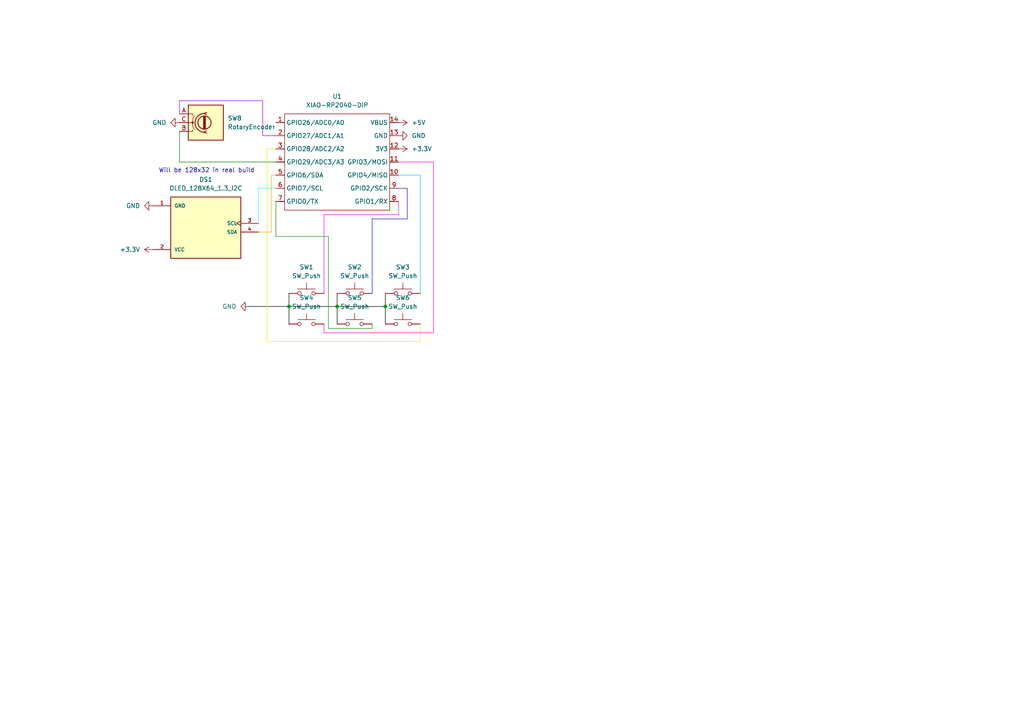
<source format=kicad_sch>
(kicad_sch
	(version 20250114)
	(generator "eeschema")
	(generator_version "9.0")
	(uuid "1d6c0b24-dd1a-4685-8746-9cf67c4f3db1")
	(paper "A4")
	(lib_symbols
		(symbol "Device:RotaryEncoder"
			(pin_names
				(offset 0.254)
				(hide yes)
			)
			(exclude_from_sim no)
			(in_bom yes)
			(on_board yes)
			(property "Reference" "SW"
				(at 0 6.604 0)
				(effects
					(font
						(size 1.27 1.27)
					)
				)
			)
			(property "Value" "RotaryEncoder"
				(at 0 -6.604 0)
				(effects
					(font
						(size 1.27 1.27)
					)
				)
			)
			(property "Footprint" ""
				(at -3.81 4.064 0)
				(effects
					(font
						(size 1.27 1.27)
					)
					(hide yes)
				)
			)
			(property "Datasheet" "~"
				(at 0 6.604 0)
				(effects
					(font
						(size 1.27 1.27)
					)
					(hide yes)
				)
			)
			(property "Description" "Rotary encoder, dual channel, incremental quadrate outputs"
				(at 0 0 0)
				(effects
					(font
						(size 1.27 1.27)
					)
					(hide yes)
				)
			)
			(property "ki_keywords" "rotary switch encoder"
				(at 0 0 0)
				(effects
					(font
						(size 1.27 1.27)
					)
					(hide yes)
				)
			)
			(property "ki_fp_filters" "RotaryEncoder*"
				(at 0 0 0)
				(effects
					(font
						(size 1.27 1.27)
					)
					(hide yes)
				)
			)
			(symbol "RotaryEncoder_0_1"
				(rectangle
					(start -5.08 5.08)
					(end 5.08 -5.08)
					(stroke
						(width 0.254)
						(type default)
					)
					(fill
						(type background)
					)
				)
				(polyline
					(pts
						(xy -5.08 2.54) (xy -3.81 2.54) (xy -3.81 2.032)
					)
					(stroke
						(width 0)
						(type default)
					)
					(fill
						(type none)
					)
				)
				(polyline
					(pts
						(xy -5.08 0) (xy -3.81 0) (xy -3.81 -1.016) (xy -3.302 -2.032)
					)
					(stroke
						(width 0)
						(type default)
					)
					(fill
						(type none)
					)
				)
				(polyline
					(pts
						(xy -5.08 -2.54) (xy -3.81 -2.54) (xy -3.81 -2.032)
					)
					(stroke
						(width 0)
						(type default)
					)
					(fill
						(type none)
					)
				)
				(polyline
					(pts
						(xy -4.318 0) (xy -3.81 0) (xy -3.81 1.016) (xy -3.302 2.032)
					)
					(stroke
						(width 0)
						(type default)
					)
					(fill
						(type none)
					)
				)
				(circle
					(center -3.81 0)
					(radius 0.254)
					(stroke
						(width 0)
						(type default)
					)
					(fill
						(type outline)
					)
				)
				(polyline
					(pts
						(xy -0.635 -1.778) (xy -0.635 1.778)
					)
					(stroke
						(width 0.254)
						(type default)
					)
					(fill
						(type none)
					)
				)
				(circle
					(center -0.381 0)
					(radius 1.905)
					(stroke
						(width 0.254)
						(type default)
					)
					(fill
						(type none)
					)
				)
				(polyline
					(pts
						(xy -0.381 -1.778) (xy -0.381 1.778)
					)
					(stroke
						(width 0.254)
						(type default)
					)
					(fill
						(type none)
					)
				)
				(arc
					(start -0.381 -2.794)
					(mid -3.0988 -0.0635)
					(end -0.381 2.667)
					(stroke
						(width 0.254)
						(type default)
					)
					(fill
						(type none)
					)
				)
				(polyline
					(pts
						(xy -0.127 1.778) (xy -0.127 -1.778)
					)
					(stroke
						(width 0.254)
						(type default)
					)
					(fill
						(type none)
					)
				)
				(polyline
					(pts
						(xy 0.254 2.921) (xy -0.508 2.667) (xy 0.127 2.286)
					)
					(stroke
						(width 0.254)
						(type default)
					)
					(fill
						(type none)
					)
				)
				(polyline
					(pts
						(xy 0.254 -3.048) (xy -0.508 -2.794) (xy 0.127 -2.413)
					)
					(stroke
						(width 0.254)
						(type default)
					)
					(fill
						(type none)
					)
				)
			)
			(symbol "RotaryEncoder_1_1"
				(pin passive line
					(at -7.62 2.54 0)
					(length 2.54)
					(name "A"
						(effects
							(font
								(size 1.27 1.27)
							)
						)
					)
					(number "A"
						(effects
							(font
								(size 1.27 1.27)
							)
						)
					)
				)
				(pin passive line
					(at -7.62 0 0)
					(length 2.54)
					(name "C"
						(effects
							(font
								(size 1.27 1.27)
							)
						)
					)
					(number "C"
						(effects
							(font
								(size 1.27 1.27)
							)
						)
					)
				)
				(pin passive line
					(at -7.62 -2.54 0)
					(length 2.54)
					(name "B"
						(effects
							(font
								(size 1.27 1.27)
							)
						)
					)
					(number "B"
						(effects
							(font
								(size 1.27 1.27)
							)
						)
					)
				)
			)
			(embedded_fonts no)
		)
		(symbol "OPL Library:XIAO-RP2040-DIP"
			(exclude_from_sim no)
			(in_bom yes)
			(on_board yes)
			(property "Reference" "U"
				(at 0 0 0)
				(effects
					(font
						(size 1.27 1.27)
					)
				)
			)
			(property "Value" "XIAO-RP2040-DIP"
				(at 5.334 -1.778 0)
				(effects
					(font
						(size 1.27 1.27)
					)
				)
			)
			(property "Footprint" "Module:MOUDLE14P-XIAO-DIP-SMD"
				(at 14.478 -32.258 0)
				(effects
					(font
						(size 1.27 1.27)
					)
					(hide yes)
				)
			)
			(property "Datasheet" ""
				(at 0 0 0)
				(effects
					(font
						(size 1.27 1.27)
					)
					(hide yes)
				)
			)
			(property "Description" ""
				(at 0 0 0)
				(effects
					(font
						(size 1.27 1.27)
					)
					(hide yes)
				)
			)
			(symbol "XIAO-RP2040-DIP_1_0"
				(polyline
					(pts
						(xy -1.27 -2.54) (xy 29.21 -2.54)
					)
					(stroke
						(width 0.1524)
						(type solid)
					)
					(fill
						(type none)
					)
				)
				(polyline
					(pts
						(xy -1.27 -5.08) (xy -2.54 -5.08)
					)
					(stroke
						(width 0.1524)
						(type solid)
					)
					(fill
						(type none)
					)
				)
				(polyline
					(pts
						(xy -1.27 -5.08) (xy -1.27 -2.54)
					)
					(stroke
						(width 0.1524)
						(type solid)
					)
					(fill
						(type none)
					)
				)
				(polyline
					(pts
						(xy -1.27 -8.89) (xy -2.54 -8.89)
					)
					(stroke
						(width 0.1524)
						(type solid)
					)
					(fill
						(type none)
					)
				)
				(polyline
					(pts
						(xy -1.27 -8.89) (xy -1.27 -5.08)
					)
					(stroke
						(width 0.1524)
						(type solid)
					)
					(fill
						(type none)
					)
				)
				(polyline
					(pts
						(xy -1.27 -12.7) (xy -2.54 -12.7)
					)
					(stroke
						(width 0.1524)
						(type solid)
					)
					(fill
						(type none)
					)
				)
				(polyline
					(pts
						(xy -1.27 -12.7) (xy -1.27 -8.89)
					)
					(stroke
						(width 0.1524)
						(type solid)
					)
					(fill
						(type none)
					)
				)
				(polyline
					(pts
						(xy -1.27 -16.51) (xy -2.54 -16.51)
					)
					(stroke
						(width 0.1524)
						(type solid)
					)
					(fill
						(type none)
					)
				)
				(polyline
					(pts
						(xy -1.27 -16.51) (xy -1.27 -12.7)
					)
					(stroke
						(width 0.1524)
						(type solid)
					)
					(fill
						(type none)
					)
				)
				(polyline
					(pts
						(xy -1.27 -20.32) (xy -2.54 -20.32)
					)
					(stroke
						(width 0.1524)
						(type solid)
					)
					(fill
						(type none)
					)
				)
				(polyline
					(pts
						(xy -1.27 -24.13) (xy -2.54 -24.13)
					)
					(stroke
						(width 0.1524)
						(type solid)
					)
					(fill
						(type none)
					)
				)
				(polyline
					(pts
						(xy -1.27 -27.94) (xy -2.54 -27.94)
					)
					(stroke
						(width 0.1524)
						(type solid)
					)
					(fill
						(type none)
					)
				)
				(polyline
					(pts
						(xy -1.27 -30.48) (xy -1.27 -16.51)
					)
					(stroke
						(width 0.1524)
						(type solid)
					)
					(fill
						(type none)
					)
				)
				(polyline
					(pts
						(xy 29.21 -2.54) (xy 29.21 -5.08)
					)
					(stroke
						(width 0.1524)
						(type solid)
					)
					(fill
						(type none)
					)
				)
				(polyline
					(pts
						(xy 29.21 -5.08) (xy 29.21 -8.89)
					)
					(stroke
						(width 0.1524)
						(type solid)
					)
					(fill
						(type none)
					)
				)
				(polyline
					(pts
						(xy 29.21 -8.89) (xy 29.21 -12.7)
					)
					(stroke
						(width 0.1524)
						(type solid)
					)
					(fill
						(type none)
					)
				)
				(polyline
					(pts
						(xy 29.21 -12.7) (xy 29.21 -30.48)
					)
					(stroke
						(width 0.1524)
						(type solid)
					)
					(fill
						(type none)
					)
				)
				(polyline
					(pts
						(xy 29.21 -30.48) (xy -1.27 -30.48)
					)
					(stroke
						(width 0.1524)
						(type solid)
					)
					(fill
						(type none)
					)
				)
				(polyline
					(pts
						(xy 30.48 -5.08) (xy 29.21 -5.08)
					)
					(stroke
						(width 0.1524)
						(type solid)
					)
					(fill
						(type none)
					)
				)
				(polyline
					(pts
						(xy 30.48 -8.89) (xy 29.21 -8.89)
					)
					(stroke
						(width 0.1524)
						(type solid)
					)
					(fill
						(type none)
					)
				)
				(polyline
					(pts
						(xy 30.48 -12.7) (xy 29.21 -12.7)
					)
					(stroke
						(width 0.1524)
						(type solid)
					)
					(fill
						(type none)
					)
				)
				(polyline
					(pts
						(xy 30.48 -16.51) (xy 29.21 -16.51)
					)
					(stroke
						(width 0.1524)
						(type solid)
					)
					(fill
						(type none)
					)
				)
				(polyline
					(pts
						(xy 30.48 -20.32) (xy 29.21 -20.32)
					)
					(stroke
						(width 0.1524)
						(type solid)
					)
					(fill
						(type none)
					)
				)
				(polyline
					(pts
						(xy 30.48 -24.13) (xy 29.21 -24.13)
					)
					(stroke
						(width 0.1524)
						(type solid)
					)
					(fill
						(type none)
					)
				)
				(polyline
					(pts
						(xy 30.48 -27.94) (xy 29.21 -27.94)
					)
					(stroke
						(width 0.1524)
						(type solid)
					)
					(fill
						(type none)
					)
				)
				(pin passive line
					(at -3.81 -5.08 0)
					(length 2.54)
					(name "GPIO26/ADC0/A0"
						(effects
							(font
								(size 1.27 1.27)
							)
						)
					)
					(number "1"
						(effects
							(font
								(size 1.27 1.27)
							)
						)
					)
				)
				(pin passive line
					(at -3.81 -8.89 0)
					(length 2.54)
					(name "GPIO27/ADC1/A1"
						(effects
							(font
								(size 1.27 1.27)
							)
						)
					)
					(number "2"
						(effects
							(font
								(size 1.27 1.27)
							)
						)
					)
				)
				(pin passive line
					(at -3.81 -12.7 0)
					(length 2.54)
					(name "GPIO28/ADC2/A2"
						(effects
							(font
								(size 1.27 1.27)
							)
						)
					)
					(number "3"
						(effects
							(font
								(size 1.27 1.27)
							)
						)
					)
				)
				(pin passive line
					(at -3.81 -16.51 0)
					(length 2.54)
					(name "GPIO29/ADC3/A3"
						(effects
							(font
								(size 1.27 1.27)
							)
						)
					)
					(number "4"
						(effects
							(font
								(size 1.27 1.27)
							)
						)
					)
				)
				(pin passive line
					(at -3.81 -20.32 0)
					(length 2.54)
					(name "GPIO6/SDA"
						(effects
							(font
								(size 1.27 1.27)
							)
						)
					)
					(number "5"
						(effects
							(font
								(size 1.27 1.27)
							)
						)
					)
				)
				(pin passive line
					(at -3.81 -24.13 0)
					(length 2.54)
					(name "GPIO7/SCL"
						(effects
							(font
								(size 1.27 1.27)
							)
						)
					)
					(number "6"
						(effects
							(font
								(size 1.27 1.27)
							)
						)
					)
				)
				(pin passive line
					(at -3.81 -27.94 0)
					(length 2.54)
					(name "GPIO0/TX"
						(effects
							(font
								(size 1.27 1.27)
							)
						)
					)
					(number "7"
						(effects
							(font
								(size 1.27 1.27)
							)
						)
					)
				)
				(pin passive line
					(at 31.75 -5.08 180)
					(length 2.54)
					(name "VBUS"
						(effects
							(font
								(size 1.27 1.27)
							)
						)
					)
					(number "14"
						(effects
							(font
								(size 1.27 1.27)
							)
						)
					)
				)
				(pin passive line
					(at 31.75 -8.89 180)
					(length 2.54)
					(name "GND"
						(effects
							(font
								(size 1.27 1.27)
							)
						)
					)
					(number "13"
						(effects
							(font
								(size 1.27 1.27)
							)
						)
					)
				)
				(pin passive line
					(at 31.75 -12.7 180)
					(length 2.54)
					(name "3V3"
						(effects
							(font
								(size 1.27 1.27)
							)
						)
					)
					(number "12"
						(effects
							(font
								(size 1.27 1.27)
							)
						)
					)
				)
				(pin passive line
					(at 31.75 -16.51 180)
					(length 2.54)
					(name "GPIO3/MOSI"
						(effects
							(font
								(size 1.27 1.27)
							)
						)
					)
					(number "11"
						(effects
							(font
								(size 1.27 1.27)
							)
						)
					)
				)
				(pin passive line
					(at 31.75 -20.32 180)
					(length 2.54)
					(name "GPIO4/MISO"
						(effects
							(font
								(size 1.27 1.27)
							)
						)
					)
					(number "10"
						(effects
							(font
								(size 1.27 1.27)
							)
						)
					)
				)
				(pin passive line
					(at 31.75 -24.13 180)
					(length 2.54)
					(name "GPIO2/SCK"
						(effects
							(font
								(size 1.27 1.27)
							)
						)
					)
					(number "9"
						(effects
							(font
								(size 1.27 1.27)
							)
						)
					)
				)
				(pin passive line
					(at 31.75 -27.94 180)
					(length 2.54)
					(name "GPIO1/RX"
						(effects
							(font
								(size 1.27 1.27)
							)
						)
					)
					(number "8"
						(effects
							(font
								(size 1.27 1.27)
							)
						)
					)
				)
			)
			(embedded_fonts no)
		)
		(symbol "Switch:SW_Push"
			(pin_numbers
				(hide yes)
			)
			(pin_names
				(offset 1.016)
				(hide yes)
			)
			(exclude_from_sim no)
			(in_bom yes)
			(on_board yes)
			(property "Reference" "SW"
				(at 1.27 2.54 0)
				(effects
					(font
						(size 1.27 1.27)
					)
					(justify left)
				)
			)
			(property "Value" "SW_Push"
				(at 0 -1.524 0)
				(effects
					(font
						(size 1.27 1.27)
					)
				)
			)
			(property "Footprint" ""
				(at 0 5.08 0)
				(effects
					(font
						(size 1.27 1.27)
					)
					(hide yes)
				)
			)
			(property "Datasheet" "~"
				(at 0 5.08 0)
				(effects
					(font
						(size 1.27 1.27)
					)
					(hide yes)
				)
			)
			(property "Description" "Push button switch, generic, two pins"
				(at 0 0 0)
				(effects
					(font
						(size 1.27 1.27)
					)
					(hide yes)
				)
			)
			(property "ki_keywords" "switch normally-open pushbutton push-button"
				(at 0 0 0)
				(effects
					(font
						(size 1.27 1.27)
					)
					(hide yes)
				)
			)
			(symbol "SW_Push_0_1"
				(circle
					(center -2.032 0)
					(radius 0.508)
					(stroke
						(width 0)
						(type default)
					)
					(fill
						(type none)
					)
				)
				(polyline
					(pts
						(xy 0 1.27) (xy 0 3.048)
					)
					(stroke
						(width 0)
						(type default)
					)
					(fill
						(type none)
					)
				)
				(circle
					(center 2.032 0)
					(radius 0.508)
					(stroke
						(width 0)
						(type default)
					)
					(fill
						(type none)
					)
				)
				(polyline
					(pts
						(xy 2.54 1.27) (xy -2.54 1.27)
					)
					(stroke
						(width 0)
						(type default)
					)
					(fill
						(type none)
					)
				)
				(pin passive line
					(at -5.08 0 0)
					(length 2.54)
					(name "1"
						(effects
							(font
								(size 1.27 1.27)
							)
						)
					)
					(number "1"
						(effects
							(font
								(size 1.27 1.27)
							)
						)
					)
				)
				(pin passive line
					(at 5.08 0 180)
					(length 2.54)
					(name "2"
						(effects
							(font
								(size 1.27 1.27)
							)
						)
					)
					(number "2"
						(effects
							(font
								(size 1.27 1.27)
							)
						)
					)
				)
			)
			(embedded_fonts no)
		)
		(symbol "oled:OLED_128X64_1.3_I2C"
			(pin_names
				(offset 1.016)
			)
			(exclude_from_sim no)
			(in_bom yes)
			(on_board yes)
			(property "Reference" "DS1"
				(at 0 15.24 0)
				(effects
					(font
						(size 1.27 1.27)
					)
				)
			)
			(property "Value" "OLED_128X64_1.3_I2C"
				(at 0 12.7 0)
				(effects
					(font
						(size 1.27 1.27)
					)
				)
			)
			(property "Footprint" "SSD1306 Lib:SSD1306-0.91-OLED-4pin-128x32"
				(at 0 0 0)
				(effects
					(font
						(size 1.27 1.27)
					)
					(justify bottom)
					(hide yes)
				)
			)
			(property "Datasheet" ""
				(at 0 0 0)
				(effects
					(font
						(size 1.27 1.27)
					)
					(hide yes)
				)
			)
			(property "Description" ""
				(at 0 0 0)
				(effects
					(font
						(size 1.27 1.27)
					)
					(hide yes)
				)
			)
			(property "MF" "UNIVERSAL-SOLDER Electronics Ltd"
				(at 0 0 0)
				(effects
					(font
						(size 1.27 1.27)
					)
					(justify bottom)
					(hide yes)
				)
			)
			(property "Description_1" "Non-Touch Graphic LCD Display Module Transmissive White OLED, Monochrome I2C 1.3 (33.02mm) 128 x 64"
				(at 0 0 0)
				(effects
					(font
						(size 1.27 1.27)
					)
					(justify bottom)
					(hide yes)
				)
			)
			(property "Package" "None"
				(at 0 0 0)
				(effects
					(font
						(size 1.27 1.27)
					)
					(justify bottom)
					(hide yes)
				)
			)
			(property "Price" "None"
				(at 0 0 0)
				(effects
					(font
						(size 1.27 1.27)
					)
					(justify bottom)
					(hide yes)
				)
			)
			(property "Check_prices" "https://www.snapeda.com/parts/OLED%20128x64%201.3%22%20I2C/UNIVERSAL-SOLDER+Electronics+Ltd/view-part/?ref=eda"
				(at 0 0 0)
				(effects
					(font
						(size 1.27 1.27)
					)
					(justify bottom)
					(hide yes)
				)
			)
			(property "STANDARD" "Manufacturer Recommendations"
				(at 0 0 0)
				(effects
					(font
						(size 1.27 1.27)
					)
					(justify bottom)
					(hide yes)
				)
			)
			(property "PARTREV" "NA"
				(at 0 0 0)
				(effects
					(font
						(size 1.27 1.27)
					)
					(justify bottom)
					(hide yes)
				)
			)
			(property "SnapEDA_Link" "https://www.snapeda.com/parts/OLED%20128x64%201.3%22%20I2C/UNIVERSAL-SOLDER+Electronics+Ltd/view-part/?ref=snap"
				(at 0 0 0)
				(effects
					(font
						(size 1.27 1.27)
					)
					(justify bottom)
					(hide yes)
				)
			)
			(property "MP" "OLED 128x64 1.3&quot; I2C"
				(at 0 0 0)
				(effects
					(font
						(size 1.27 1.27)
					)
					(justify bottom)
					(hide yes)
				)
			)
			(property "Availability" "Not in stock"
				(at 0 0 0)
				(effects
					(font
						(size 1.27 1.27)
					)
					(justify bottom)
					(hide yes)
				)
			)
			(property "MANUFACTURER" "UNIVERSAL-SOLDER Electronics Ltd"
				(at 0 0 0)
				(effects
					(font
						(size 1.27 1.27)
					)
					(justify bottom)
					(hide yes)
				)
			)
			(symbol "OLED_128X64_1.3_I2C_0_0"
				(rectangle
					(start -10.16 -7.62)
					(end 10.16 10.16)
					(stroke
						(width 0.254)
						(type default)
					)
					(fill
						(type background)
					)
				)
				(pin bidirectional line
					(at -15.24 0 0)
					(length 5.08)
					(name "SDA"
						(effects
							(font
								(size 1.016 1.016)
							)
						)
					)
					(number "4"
						(effects
							(font
								(size 1.016 1.016)
							)
						)
					)
				)
				(pin power_in line
					(at 15.24 7.62 180)
					(length 5.08)
					(name "GND"
						(effects
							(font
								(size 1.016 1.016)
							)
						)
					)
					(number "1"
						(effects
							(font
								(size 1.016 1.016)
							)
						)
					)
				)
				(pin power_in line
					(at 15.24 -5.08 180)
					(length 5.08)
					(name "VCC"
						(effects
							(font
								(size 1.016 1.016)
							)
						)
					)
					(number "2"
						(effects
							(font
								(size 1.016 1.016)
							)
						)
					)
				)
			)
			(symbol "OLED_128X64_1.3_I2C_1_0"
				(pin input clock
					(at -15.24 2.54 0)
					(length 5.08)
					(name "SCL"
						(effects
							(font
								(size 1.016 1.016)
							)
						)
					)
					(number "3"
						(effects
							(font
								(size 1.016 1.016)
							)
						)
					)
				)
			)
			(embedded_fonts no)
		)
		(symbol "power:+3.3V"
			(power)
			(pin_numbers
				(hide yes)
			)
			(pin_names
				(offset 0)
				(hide yes)
			)
			(exclude_from_sim no)
			(in_bom yes)
			(on_board yes)
			(property "Reference" "#PWR"
				(at 0 -3.81 0)
				(effects
					(font
						(size 1.27 1.27)
					)
					(hide yes)
				)
			)
			(property "Value" "+3.3V"
				(at 0 3.556 0)
				(effects
					(font
						(size 1.27 1.27)
					)
				)
			)
			(property "Footprint" ""
				(at 0 0 0)
				(effects
					(font
						(size 1.27 1.27)
					)
					(hide yes)
				)
			)
			(property "Datasheet" ""
				(at 0 0 0)
				(effects
					(font
						(size 1.27 1.27)
					)
					(hide yes)
				)
			)
			(property "Description" "Power symbol creates a global label with name \"+3.3V\""
				(at 0 0 0)
				(effects
					(font
						(size 1.27 1.27)
					)
					(hide yes)
				)
			)
			(property "ki_keywords" "global power"
				(at 0 0 0)
				(effects
					(font
						(size 1.27 1.27)
					)
					(hide yes)
				)
			)
			(symbol "+3.3V_0_1"
				(polyline
					(pts
						(xy -0.762 1.27) (xy 0 2.54)
					)
					(stroke
						(width 0)
						(type default)
					)
					(fill
						(type none)
					)
				)
				(polyline
					(pts
						(xy 0 2.54) (xy 0.762 1.27)
					)
					(stroke
						(width 0)
						(type default)
					)
					(fill
						(type none)
					)
				)
				(polyline
					(pts
						(xy 0 0) (xy 0 2.54)
					)
					(stroke
						(width 0)
						(type default)
					)
					(fill
						(type none)
					)
				)
			)
			(symbol "+3.3V_1_1"
				(pin power_in line
					(at 0 0 90)
					(length 0)
					(name "~"
						(effects
							(font
								(size 1.27 1.27)
							)
						)
					)
					(number "1"
						(effects
							(font
								(size 1.27 1.27)
							)
						)
					)
				)
			)
			(embedded_fonts no)
		)
		(symbol "power:+5V"
			(power)
			(pin_numbers
				(hide yes)
			)
			(pin_names
				(offset 0)
				(hide yes)
			)
			(exclude_from_sim no)
			(in_bom yes)
			(on_board yes)
			(property "Reference" "#PWR"
				(at 0 -3.81 0)
				(effects
					(font
						(size 1.27 1.27)
					)
					(hide yes)
				)
			)
			(property "Value" "+5V"
				(at 0 3.556 0)
				(effects
					(font
						(size 1.27 1.27)
					)
				)
			)
			(property "Footprint" ""
				(at 0 0 0)
				(effects
					(font
						(size 1.27 1.27)
					)
					(hide yes)
				)
			)
			(property "Datasheet" ""
				(at 0 0 0)
				(effects
					(font
						(size 1.27 1.27)
					)
					(hide yes)
				)
			)
			(property "Description" "Power symbol creates a global label with name \"+5V\""
				(at 0 0 0)
				(effects
					(font
						(size 1.27 1.27)
					)
					(hide yes)
				)
			)
			(property "ki_keywords" "global power"
				(at 0 0 0)
				(effects
					(font
						(size 1.27 1.27)
					)
					(hide yes)
				)
			)
			(symbol "+5V_0_1"
				(polyline
					(pts
						(xy -0.762 1.27) (xy 0 2.54)
					)
					(stroke
						(width 0)
						(type default)
					)
					(fill
						(type none)
					)
				)
				(polyline
					(pts
						(xy 0 2.54) (xy 0.762 1.27)
					)
					(stroke
						(width 0)
						(type default)
					)
					(fill
						(type none)
					)
				)
				(polyline
					(pts
						(xy 0 0) (xy 0 2.54)
					)
					(stroke
						(width 0)
						(type default)
					)
					(fill
						(type none)
					)
				)
			)
			(symbol "+5V_1_1"
				(pin power_in line
					(at 0 0 90)
					(length 0)
					(name "~"
						(effects
							(font
								(size 1.27 1.27)
							)
						)
					)
					(number "1"
						(effects
							(font
								(size 1.27 1.27)
							)
						)
					)
				)
			)
			(embedded_fonts no)
		)
		(symbol "power:GND"
			(power)
			(pin_numbers
				(hide yes)
			)
			(pin_names
				(offset 0)
				(hide yes)
			)
			(exclude_from_sim no)
			(in_bom yes)
			(on_board yes)
			(property "Reference" "#PWR"
				(at 0 -6.35 0)
				(effects
					(font
						(size 1.27 1.27)
					)
					(hide yes)
				)
			)
			(property "Value" "GND"
				(at 0 -3.81 0)
				(effects
					(font
						(size 1.27 1.27)
					)
				)
			)
			(property "Footprint" ""
				(at 0 0 0)
				(effects
					(font
						(size 1.27 1.27)
					)
					(hide yes)
				)
			)
			(property "Datasheet" ""
				(at 0 0 0)
				(effects
					(font
						(size 1.27 1.27)
					)
					(hide yes)
				)
			)
			(property "Description" "Power symbol creates a global label with name \"GND\" , ground"
				(at 0 0 0)
				(effects
					(font
						(size 1.27 1.27)
					)
					(hide yes)
				)
			)
			(property "ki_keywords" "global power"
				(at 0 0 0)
				(effects
					(font
						(size 1.27 1.27)
					)
					(hide yes)
				)
			)
			(symbol "GND_0_1"
				(polyline
					(pts
						(xy 0 0) (xy 0 -1.27) (xy 1.27 -1.27) (xy 0 -2.54) (xy -1.27 -1.27) (xy 0 -1.27)
					)
					(stroke
						(width 0)
						(type default)
					)
					(fill
						(type none)
					)
				)
			)
			(symbol "GND_1_1"
				(pin power_in line
					(at 0 0 270)
					(length 0)
					(name "~"
						(effects
							(font
								(size 1.27 1.27)
							)
						)
					)
					(number "1"
						(effects
							(font
								(size 1.27 1.27)
							)
						)
					)
				)
			)
			(embedded_fonts no)
		)
	)
	(text "Will be 128x32 in real build"
		(exclude_from_sim no)
		(at 59.944 49.53 0)
		(effects
			(font
				(size 1.27 1.27)
			)
		)
		(uuid "198ad113-fdcb-472a-87d8-a8652377918b")
	)
	(junction
		(at 111.76 88.9)
		(diameter 0)
		(color 0 0 0 0)
		(uuid "3448ca8a-89da-450d-afa3-da19ef585d6e")
	)
	(junction
		(at 97.79 88.9)
		(diameter 0)
		(color 0 0 0 0)
		(uuid "5f5171cf-24ad-4707-b1ef-e96ea2634c30")
	)
	(junction
		(at 83.82 88.9)
		(diameter 0)
		(color 0 0 0 0)
		(uuid "dc3ff3c1-f165-406e-9923-a3645f5aeb6a")
	)
	(wire
		(pts
			(xy 93.98 93.98) (xy 93.98 96.52)
		)
		(stroke
			(width 0)
			(type default)
			(color 255 0 168 1)
		)
		(uuid "01a62b39-e199-4625-bdf5-4b1760e779ab")
	)
	(wire
		(pts
			(xy 76.2 39.37) (xy 80.01 39.37)
		)
		(stroke
			(width 0)
			(type default)
			(color 154 0 255 1)
		)
		(uuid "0e8a61b3-ef7a-43dd-bdec-d0920692a86a")
	)
	(wire
		(pts
			(xy 121.92 85.09) (xy 121.92 50.8)
		)
		(stroke
			(width 0)
			(type default)
			(color 0 198 255 1)
		)
		(uuid "0f3323b6-dee0-48dc-a985-04063a04f2a8")
	)
	(wire
		(pts
			(xy 72.39 88.9) (xy 83.82 88.9)
		)
		(stroke
			(width 0)
			(type default)
			(color 0 0 1 1)
		)
		(uuid "0fdff10b-2e35-4724-8edf-e92ea3d07b55")
	)
	(wire
		(pts
			(xy 111.76 85.09) (xy 111.76 88.9)
		)
		(stroke
			(width 0)
			(type default)
			(color 0 0 1 1)
		)
		(uuid "1154964b-b96d-4876-9292-230e2d723699")
	)
	(wire
		(pts
			(xy 80.01 68.58) (xy 80.01 58.42)
		)
		(stroke
			(width 0)
			(type default)
		)
		(uuid "11f45c2b-1712-4531-87d9-5362f54a2d6d")
	)
	(wire
		(pts
			(xy 93.98 62.23) (xy 93.98 85.09)
		)
		(stroke
			(width 0)
			(type default)
			(color 228 10 255 1)
		)
		(uuid "137ffcb5-f732-4dfc-9996-b8204317ca15")
	)
	(wire
		(pts
			(xy 125.73 46.99) (xy 115.57 46.99)
		)
		(stroke
			(width 0)
			(type default)
			(color 255 0 168 1)
		)
		(uuid "1ce5e269-36c0-475a-ab65-66680f006996")
	)
	(wire
		(pts
			(xy 76.2 29.21) (xy 76.2 39.37)
		)
		(stroke
			(width 0)
			(type default)
			(color 154 0 255 1)
		)
		(uuid "1d5deefb-ca86-4412-a026-8eb9deffc397")
	)
	(wire
		(pts
			(xy 93.98 62.23) (xy 115.57 62.23)
		)
		(stroke
			(width 0)
			(type default)
			(color 228 10 255 1)
		)
		(uuid "21a71316-2fc5-4d6a-b485-6e1e176bd014")
	)
	(wire
		(pts
			(xy 93.98 96.52) (xy 125.73 96.52)
		)
		(stroke
			(width 0)
			(type default)
			(color 255 0 168 1)
		)
		(uuid "31e0ece8-4831-4361-a799-30e307faf7d5")
	)
	(wire
		(pts
			(xy 107.95 63.5) (xy 118.11 63.5)
		)
		(stroke
			(width 0)
			(type default)
			(color 9 21 255 1)
		)
		(uuid "33281a7f-5d94-4c00-afdc-ea18d6c0b0d6")
	)
	(wire
		(pts
			(xy 121.92 99.06) (xy 77.47 99.06)
		)
		(stroke
			(width 0)
			(type default)
			(color 201 255 25 1)
		)
		(uuid "3eeb7fe8-6f12-4439-88a5-703cbdc35f99")
	)
	(wire
		(pts
			(xy 125.73 96.52) (xy 125.73 46.99)
		)
		(stroke
			(width 0)
			(type default)
			(color 255 0 168 1)
		)
		(uuid "42a99ac4-f35f-46b1-8350-201afc47e2c7")
	)
	(wire
		(pts
			(xy 118.11 63.5) (xy 118.11 54.61)
		)
		(stroke
			(width 0)
			(type default)
			(color 9 21 255 1)
		)
		(uuid "539ea2b1-c05f-40ef-89fc-c34045be61d7")
	)
	(wire
		(pts
			(xy 74.93 64.77) (xy 74.93 54.61)
		)
		(stroke
			(width 0)
			(type default)
			(color 39 255 240 1)
		)
		(uuid "60b8e93d-5d51-4345-9447-2edf13265c37")
	)
	(wire
		(pts
			(xy 77.47 99.06) (xy 77.47 43.18)
		)
		(stroke
			(width 0)
			(type default)
			(color 201 255 25 1)
		)
		(uuid "6a678b0e-7c84-4b07-b1ac-c88b22fa162d")
	)
	(wire
		(pts
			(xy 118.11 54.61) (xy 115.57 54.61)
		)
		(stroke
			(width 0)
			(type default)
			(color 9 21 255 1)
		)
		(uuid "6af1e5f2-7786-4ccf-a796-85411846cdfe")
	)
	(wire
		(pts
			(xy 83.82 88.9) (xy 97.79 88.9)
		)
		(stroke
			(width 0)
			(type default)
			(color 0 0 1 1)
		)
		(uuid "6ea2df6d-d029-4b6a-805b-42de735b79f0")
	)
	(wire
		(pts
			(xy 107.95 85.09) (xy 107.95 63.5)
		)
		(stroke
			(width 0)
			(type default)
			(color 9 21 255 1)
		)
		(uuid "703a7522-f21b-4686-ac72-30f62728d3de")
	)
	(wire
		(pts
			(xy 78.74 67.31) (xy 78.74 50.8)
		)
		(stroke
			(width 0)
			(type default)
			(color 255 160 5 1)
		)
		(uuid "707181d0-f672-4012-8c9a-c0b1d514e414")
	)
	(wire
		(pts
			(xy 78.74 50.8) (xy 80.01 50.8)
		)
		(stroke
			(width 0)
			(type default)
			(color 255 160 5 1)
		)
		(uuid "75fb1aa2-7495-423d-a200-586313b97f6d")
	)
	(wire
		(pts
			(xy 95.25 95.25) (xy 95.25 68.58)
		)
		(stroke
			(width 0)
			(type default)
		)
		(uuid "833b602e-0309-4eb7-b2a8-9820735c7230")
	)
	(wire
		(pts
			(xy 83.82 88.9) (xy 83.82 93.98)
		)
		(stroke
			(width 0)
			(type default)
			(color 0 0 1 1)
		)
		(uuid "8c853b00-fd7e-45e6-94d7-c02a79f7472b")
	)
	(wire
		(pts
			(xy 83.82 85.09) (xy 83.82 88.9)
		)
		(stroke
			(width 0)
			(type default)
			(color 0 0 1 1)
		)
		(uuid "960a882d-045c-415a-b2af-05c52e0c410c")
	)
	(wire
		(pts
			(xy 74.93 54.61) (xy 80.01 54.61)
		)
		(stroke
			(width 0)
			(type default)
			(color 39 255 240 1)
		)
		(uuid "971dad2e-694c-4bce-bcd9-7f3b4abdb488")
	)
	(wire
		(pts
			(xy 95.25 68.58) (xy 80.01 68.58)
		)
		(stroke
			(width 0)
			(type default)
		)
		(uuid "a1512457-f72e-4be1-913f-168f401b1716")
	)
	(wire
		(pts
			(xy 107.95 93.98) (xy 107.95 95.25)
		)
		(stroke
			(width 0)
			(type default)
		)
		(uuid "a6451785-33e3-4f55-8b33-452e205f2f3d")
	)
	(wire
		(pts
			(xy 52.07 29.21) (xy 76.2 29.21)
		)
		(stroke
			(width 0)
			(type default)
			(color 154 0 255 1)
		)
		(uuid "a7984a53-df00-49bd-9d77-63cdad66c973")
	)
	(wire
		(pts
			(xy 121.92 93.98) (xy 121.92 99.06)
		)
		(stroke
			(width 0)
			(type default)
			(color 201 255 25 1)
		)
		(uuid "af1ed276-3142-42df-bba8-8ffae19d1098")
	)
	(wire
		(pts
			(xy 115.57 62.23) (xy 115.57 58.42)
		)
		(stroke
			(width 0)
			(type default)
			(color 228 10 255 1)
		)
		(uuid "b3159338-ac50-48d7-bc0f-de2119b12b8a")
	)
	(wire
		(pts
			(xy 74.93 67.31) (xy 78.74 67.31)
		)
		(stroke
			(width 0)
			(type default)
			(color 255 160 5 1)
		)
		(uuid "c0145775-038b-4aff-8a7c-710cf2ac3fe6")
	)
	(wire
		(pts
			(xy 121.92 50.8) (xy 115.57 50.8)
		)
		(stroke
			(width 0)
			(type default)
			(color 0 198 255 1)
		)
		(uuid "c14c54d3-1de0-45c4-91ba-9a8a7782de5e")
	)
	(wire
		(pts
			(xy 52.07 33.02) (xy 52.07 29.21)
		)
		(stroke
			(width 0)
			(type default)
			(color 154 0 255 1)
		)
		(uuid "c1e452e5-f7e6-434a-b0ef-c46cc48cd9e0")
	)
	(wire
		(pts
			(xy 111.76 88.9) (xy 111.76 93.98)
		)
		(stroke
			(width 0)
			(type default)
			(color 0 0 1 1)
		)
		(uuid "c78bc5f2-0c47-499c-85d0-dde7102db553")
	)
	(wire
		(pts
			(xy 107.95 95.25) (xy 95.25 95.25)
		)
		(stroke
			(width 0)
			(type default)
		)
		(uuid "d4da907d-458e-4793-be3c-e1b45f98dd5c")
	)
	(wire
		(pts
			(xy 97.79 88.9) (xy 97.79 93.98)
		)
		(stroke
			(width 0)
			(type default)
			(color 0 0 1 1)
		)
		(uuid "d6d27d1d-984f-4d10-93ad-ab65663e6229")
	)
	(wire
		(pts
			(xy 52.07 46.99) (xy 80.01 46.99)
		)
		(stroke
			(width 0)
			(type default)
			(color 0 132 0 1)
		)
		(uuid "da27df80-2a0c-4d80-8376-220627cdf763")
	)
	(wire
		(pts
			(xy 97.79 88.9) (xy 111.76 88.9)
		)
		(stroke
			(width 0)
			(type default)
			(color 0 0 1 1)
		)
		(uuid "ddc51977-744c-44c8-84e6-55fe18475001")
	)
	(wire
		(pts
			(xy 52.07 38.1) (xy 52.07 46.99)
		)
		(stroke
			(width 0)
			(type default)
			(color 0 132 0 1)
		)
		(uuid "ef9ca90d-a5a9-480b-9ffa-8b365990d543")
	)
	(wire
		(pts
			(xy 77.47 43.18) (xy 80.01 43.18)
		)
		(stroke
			(width 0)
			(type default)
			(color 201 255 25 1)
		)
		(uuid "f34dd8c0-bf35-4dfd-9c2f-1f37f3efbe8e")
	)
	(wire
		(pts
			(xy 97.79 85.09) (xy 97.79 88.9)
		)
		(stroke
			(width 0)
			(type default)
			(color 0 0 1 1)
		)
		(uuid "f5ca652b-5d48-4458-a6eb-c6aad9e7645c")
	)
	(symbol
		(lib_id "power:GND")
		(at 44.45 59.69 270)
		(unit 1)
		(exclude_from_sim no)
		(in_bom yes)
		(on_board yes)
		(dnp no)
		(fields_autoplaced yes)
		(uuid "02285418-ca86-40da-9acc-9916ee20d97a")
		(property "Reference" "#PWR05"
			(at 38.1 59.69 0)
			(effects
				(font
					(size 1.27 1.27)
				)
				(hide yes)
			)
		)
		(property "Value" "GND"
			(at 40.64 59.6899 90)
			(effects
				(font
					(size 1.27 1.27)
				)
				(justify right)
			)
		)
		(property "Footprint" ""
			(at 44.45 59.69 0)
			(effects
				(font
					(size 1.27 1.27)
				)
				(hide yes)
			)
		)
		(property "Datasheet" ""
			(at 44.45 59.69 0)
			(effects
				(font
					(size 1.27 1.27)
				)
				(hide yes)
			)
		)
		(property "Description" "Power symbol creates a global label with name \"GND\" , ground"
			(at 44.45 59.69 0)
			(effects
				(font
					(size 1.27 1.27)
				)
				(hide yes)
			)
		)
		(pin "1"
			(uuid "b2b384da-7c93-45ca-a43e-e92dec9a66f6")
		)
		(instances
			(project ""
				(path "/1d6c0b24-dd1a-4685-8746-9cf67c4f3db1"
					(reference "#PWR05")
					(unit 1)
				)
			)
		)
	)
	(symbol
		(lib_id "Switch:SW_Push")
		(at 88.9 85.09 0)
		(unit 1)
		(exclude_from_sim no)
		(in_bom yes)
		(on_board yes)
		(dnp no)
		(fields_autoplaced yes)
		(uuid "0c410393-2d19-4b00-a0a8-4cd6d4210495")
		(property "Reference" "SW1"
			(at 88.9 77.47 0)
			(effects
				(font
					(size 1.27 1.27)
				)
			)
		)
		(property "Value" "SW_Push"
			(at 88.9 80.01 0)
			(effects
				(font
					(size 1.27 1.27)
				)
			)
		)
		(property "Footprint" "Button_Switch_Keyboard:SW_Cherry_MX_1.00u_PCB"
			(at 88.9 80.01 0)
			(effects
				(font
					(size 1.27 1.27)
				)
				(hide yes)
			)
		)
		(property "Datasheet" "~"
			(at 88.9 80.01 0)
			(effects
				(font
					(size 1.27 1.27)
				)
				(hide yes)
			)
		)
		(property "Description" "Push button switch, generic, two pins"
			(at 88.9 85.09 0)
			(effects
				(font
					(size 1.27 1.27)
				)
				(hide yes)
			)
		)
		(pin "2"
			(uuid "8efd7afe-2b8b-46fc-aa42-d750c1a34052")
		)
		(pin "1"
			(uuid "ad087aa8-a1b3-45d4-b2a1-d2f1dd3c6d4f")
		)
		(instances
			(project ""
				(path "/1d6c0b24-dd1a-4685-8746-9cf67c4f3db1"
					(reference "SW1")
					(unit 1)
				)
			)
		)
	)
	(symbol
		(lib_id "power:GND")
		(at 72.39 88.9 270)
		(unit 1)
		(exclude_from_sim no)
		(in_bom yes)
		(on_board yes)
		(dnp no)
		(fields_autoplaced yes)
		(uuid "1da31a29-9201-4550-9065-b58fad328393")
		(property "Reference" "#PWR01"
			(at 66.04 88.9 0)
			(effects
				(font
					(size 1.27 1.27)
				)
				(hide yes)
			)
		)
		(property "Value" "GND"
			(at 68.58 88.8999 90)
			(effects
				(font
					(size 1.27 1.27)
				)
				(justify right)
			)
		)
		(property "Footprint" ""
			(at 72.39 88.9 0)
			(effects
				(font
					(size 1.27 1.27)
				)
				(hide yes)
			)
		)
		(property "Datasheet" ""
			(at 72.39 88.9 0)
			(effects
				(font
					(size 1.27 1.27)
				)
				(hide yes)
			)
		)
		(property "Description" "Power symbol creates a global label with name \"GND\" , ground"
			(at 72.39 88.9 0)
			(effects
				(font
					(size 1.27 1.27)
				)
				(hide yes)
			)
		)
		(pin "1"
			(uuid "95655328-1d4b-43fa-9eb7-81c47c122715")
		)
		(instances
			(project ""
				(path "/1d6c0b24-dd1a-4685-8746-9cf67c4f3db1"
					(reference "#PWR01")
					(unit 1)
				)
			)
		)
	)
	(symbol
		(lib_id "power:GND")
		(at 115.57 39.37 90)
		(unit 1)
		(exclude_from_sim no)
		(in_bom yes)
		(on_board yes)
		(dnp no)
		(fields_autoplaced yes)
		(uuid "1fdb9036-fa2d-407e-8514-c476445dd6fd")
		(property "Reference" "#PWR04"
			(at 121.92 39.37 0)
			(effects
				(font
					(size 1.27 1.27)
				)
				(hide yes)
			)
		)
		(property "Value" "GND"
			(at 119.38 39.3699 90)
			(effects
				(font
					(size 1.27 1.27)
				)
				(justify right)
			)
		)
		(property "Footprint" ""
			(at 115.57 39.37 0)
			(effects
				(font
					(size 1.27 1.27)
				)
				(hide yes)
			)
		)
		(property "Datasheet" ""
			(at 115.57 39.37 0)
			(effects
				(font
					(size 1.27 1.27)
				)
				(hide yes)
			)
		)
		(property "Description" "Power symbol creates a global label with name \"GND\" , ground"
			(at 115.57 39.37 0)
			(effects
				(font
					(size 1.27 1.27)
				)
				(hide yes)
			)
		)
		(pin "1"
			(uuid "f42e8c1a-5eee-416c-8e36-7ebf4ef99dfc")
		)
		(instances
			(project ""
				(path "/1d6c0b24-dd1a-4685-8746-9cf67c4f3db1"
					(reference "#PWR04")
					(unit 1)
				)
			)
		)
	)
	(symbol
		(lib_id "Switch:SW_Push")
		(at 116.84 93.98 0)
		(unit 1)
		(exclude_from_sim no)
		(in_bom yes)
		(on_board yes)
		(dnp no)
		(fields_autoplaced yes)
		(uuid "354e19e0-32e2-4766-83ab-65df53a5403e")
		(property "Reference" "SW6"
			(at 116.84 86.36 0)
			(effects
				(font
					(size 1.27 1.27)
				)
			)
		)
		(property "Value" "SW_Push"
			(at 116.84 88.9 0)
			(effects
				(font
					(size 1.27 1.27)
				)
			)
		)
		(property "Footprint" "Button_Switch_Keyboard:SW_Cherry_MX_1.00u_PCB"
			(at 116.84 88.9 0)
			(effects
				(font
					(size 1.27 1.27)
				)
				(hide yes)
			)
		)
		(property "Datasheet" "~"
			(at 116.84 88.9 0)
			(effects
				(font
					(size 1.27 1.27)
				)
				(hide yes)
			)
		)
		(property "Description" "Push button switch, generic, two pins"
			(at 116.84 93.98 0)
			(effects
				(font
					(size 1.27 1.27)
				)
				(hide yes)
			)
		)
		(pin "2"
			(uuid "a852915f-ee8d-4e4c-abb5-5037ae7e2f74")
		)
		(pin "1"
			(uuid "140af86e-19e0-4ae7-97c3-a75660ec6adb")
		)
		(instances
			(project ""
				(path "/1d6c0b24-dd1a-4685-8746-9cf67c4f3db1"
					(reference "SW6")
					(unit 1)
				)
			)
		)
	)
	(symbol
		(lib_id "OPL Library:XIAO-RP2040-DIP")
		(at 83.82 30.48 0)
		(unit 1)
		(exclude_from_sim no)
		(in_bom yes)
		(on_board yes)
		(dnp no)
		(fields_autoplaced yes)
		(uuid "3f782026-9e94-4476-aca8-26c9609a2c53")
		(property "Reference" "U1"
			(at 97.79 27.94 0)
			(effects
				(font
					(size 1.27 1.27)
				)
			)
		)
		(property "Value" "XIAO-RP2040-DIP"
			(at 97.79 30.48 0)
			(effects
				(font
					(size 1.27 1.27)
				)
			)
		)
		(property "Footprint" "OPL Lib:XIAO-RP2040-DIP"
			(at 98.298 62.738 0)
			(effects
				(font
					(size 1.27 1.27)
				)
				(hide yes)
			)
		)
		(property "Datasheet" ""
			(at 83.82 30.48 0)
			(effects
				(font
					(size 1.27 1.27)
				)
				(hide yes)
			)
		)
		(property "Description" ""
			(at 83.82 30.48 0)
			(effects
				(font
					(size 1.27 1.27)
				)
				(hide yes)
			)
		)
		(pin "12"
			(uuid "b9a3d310-e03b-4a62-b456-385b1f8eb9fc")
		)
		(pin "13"
			(uuid "16825066-3fcf-4111-b7ad-2ca803310dc9")
		)
		(pin "2"
			(uuid "2df91ccb-f4da-42fc-91d6-bf7a5d14ca99")
		)
		(pin "3"
			(uuid "96546c18-3e0d-4a73-b847-7904ae25ea83")
		)
		(pin "1"
			(uuid "38335eef-a636-4d31-be44-c17c47230664")
		)
		(pin "5"
			(uuid "77c81847-58e4-468e-b478-78bbe5dacce5")
		)
		(pin "6"
			(uuid "66c732bc-55bf-4e82-86f0-4f5a36de6a04")
		)
		(pin "4"
			(uuid "b909c097-751e-4108-99bb-610332368352")
		)
		(pin "7"
			(uuid "1fec8395-5b57-43f3-9677-8a9896b20058")
		)
		(pin "14"
			(uuid "b7484d25-ad6c-4736-a47e-6e3f658c5380")
		)
		(pin "9"
			(uuid "7c0a1309-b5bf-4586-80d2-cd29cb8ca1c1")
		)
		(pin "11"
			(uuid "91dfc4b8-0846-4a3d-9c27-9f92f509819d")
		)
		(pin "10"
			(uuid "39f796eb-c6a9-408e-8ab2-cbb7235bd45e")
		)
		(pin "8"
			(uuid "03fc3729-45d0-4a2d-9579-286ab0648c0c")
		)
		(instances
			(project ""
				(path "/1d6c0b24-dd1a-4685-8746-9cf67c4f3db1"
					(reference "U1")
					(unit 1)
				)
			)
		)
	)
	(symbol
		(lib_id "Device:RotaryEncoder")
		(at 59.69 35.56 0)
		(unit 1)
		(exclude_from_sim no)
		(in_bom yes)
		(on_board yes)
		(dnp no)
		(fields_autoplaced yes)
		(uuid "4bdb3828-d173-4240-859f-2a217114864f")
		(property "Reference" "SW8"
			(at 66.04 34.2899 0)
			(effects
				(font
					(size 1.27 1.27)
				)
				(justify left)
			)
		)
		(property "Value" "RotaryEncoder"
			(at 66.04 36.8299 0)
			(effects
				(font
					(size 1.27 1.27)
				)
				(justify left)
			)
		)
		(property "Footprint" "Potansiyometre:RotaryEncoder_Alps_EC12E_Vertical_H20mm"
			(at 55.88 31.496 0)
			(effects
				(font
					(size 1.27 1.27)
				)
				(hide yes)
			)
		)
		(property "Datasheet" "~"
			(at 59.69 28.956 0)
			(effects
				(font
					(size 1.27 1.27)
				)
				(hide yes)
			)
		)
		(property "Description" "Rotary encoder, dual channel, incremental quadrate outputs"
			(at 59.69 35.56 0)
			(effects
				(font
					(size 1.27 1.27)
				)
				(hide yes)
			)
		)
		(pin "A"
			(uuid "3d6f6b85-ca96-4254-bc76-4115444f3b7c")
		)
		(pin "B"
			(uuid "1b0084cb-edd9-4ed6-8294-1995700a6d4e")
		)
		(pin "C"
			(uuid "33fcebc8-3341-4c8b-b26d-b85988656491")
		)
		(instances
			(project ""
				(path "/1d6c0b24-dd1a-4685-8746-9cf67c4f3db1"
					(reference "SW8")
					(unit 1)
				)
			)
		)
	)
	(symbol
		(lib_id "Switch:SW_Push")
		(at 116.84 85.09 0)
		(unit 1)
		(exclude_from_sim no)
		(in_bom yes)
		(on_board yes)
		(dnp no)
		(fields_autoplaced yes)
		(uuid "562140e2-3228-4000-a1a7-40d0926dc1d0")
		(property "Reference" "SW3"
			(at 116.84 77.47 0)
			(effects
				(font
					(size 1.27 1.27)
				)
			)
		)
		(property "Value" "SW_Push"
			(at 116.84 80.01 0)
			(effects
				(font
					(size 1.27 1.27)
				)
			)
		)
		(property "Footprint" "Button_Switch_Keyboard:SW_Cherry_MX_1.00u_PCB"
			(at 116.84 80.01 0)
			(effects
				(font
					(size 1.27 1.27)
				)
				(hide yes)
			)
		)
		(property "Datasheet" "~"
			(at 116.84 80.01 0)
			(effects
				(font
					(size 1.27 1.27)
				)
				(hide yes)
			)
		)
		(property "Description" "Push button switch, generic, two pins"
			(at 116.84 85.09 0)
			(effects
				(font
					(size 1.27 1.27)
				)
				(hide yes)
			)
		)
		(pin "2"
			(uuid "5713f0b2-5da7-4d93-8fd7-1076a6fbc7a0")
		)
		(pin "1"
			(uuid "ee42a1e5-3c7d-4b96-b026-b569156d393a")
		)
		(instances
			(project ""
				(path "/1d6c0b24-dd1a-4685-8746-9cf67c4f3db1"
					(reference "SW3")
					(unit 1)
				)
			)
		)
	)
	(symbol
		(lib_id "Switch:SW_Push")
		(at 88.9 93.98 0)
		(unit 1)
		(exclude_from_sim no)
		(in_bom yes)
		(on_board yes)
		(dnp no)
		(fields_autoplaced yes)
		(uuid "796c495e-b92f-4316-8c21-6d3874a66d17")
		(property "Reference" "SW4"
			(at 88.9 86.36 0)
			(effects
				(font
					(size 1.27 1.27)
				)
			)
		)
		(property "Value" "SW_Push"
			(at 88.9 88.9 0)
			(effects
				(font
					(size 1.27 1.27)
				)
			)
		)
		(property "Footprint" "Button_Switch_Keyboard:SW_Cherry_MX_1.00u_PCB"
			(at 88.9 88.9 0)
			(effects
				(font
					(size 1.27 1.27)
				)
				(hide yes)
			)
		)
		(property "Datasheet" "~"
			(at 88.9 88.9 0)
			(effects
				(font
					(size 1.27 1.27)
				)
				(hide yes)
			)
		)
		(property "Description" "Push button switch, generic, two pins"
			(at 88.9 93.98 0)
			(effects
				(font
					(size 1.27 1.27)
				)
				(hide yes)
			)
		)
		(pin "1"
			(uuid "fb50767b-8589-4d9e-ae22-a2df62e3b779")
		)
		(pin "2"
			(uuid "14ef5f40-9cf2-42ee-95d5-7f185405dfb9")
		)
		(instances
			(project ""
				(path "/1d6c0b24-dd1a-4685-8746-9cf67c4f3db1"
					(reference "SW4")
					(unit 1)
				)
			)
		)
	)
	(symbol
		(lib_id "power:GND")
		(at 52.07 35.56 270)
		(unit 1)
		(exclude_from_sim no)
		(in_bom yes)
		(on_board yes)
		(dnp no)
		(fields_autoplaced yes)
		(uuid "7cdc8b27-c297-4c88-bf10-4e926b01d781")
		(property "Reference" "#PWR07"
			(at 45.72 35.56 0)
			(effects
				(font
					(size 1.27 1.27)
				)
				(hide yes)
			)
		)
		(property "Value" "GND"
			(at 48.26 35.5599 90)
			(effects
				(font
					(size 1.27 1.27)
				)
				(justify right)
			)
		)
		(property "Footprint" ""
			(at 52.07 35.56 0)
			(effects
				(font
					(size 1.27 1.27)
				)
				(hide yes)
			)
		)
		(property "Datasheet" ""
			(at 52.07 35.56 0)
			(effects
				(font
					(size 1.27 1.27)
				)
				(hide yes)
			)
		)
		(property "Description" "Power symbol creates a global label with name \"GND\" , ground"
			(at 52.07 35.56 0)
			(effects
				(font
					(size 1.27 1.27)
				)
				(hide yes)
			)
		)
		(pin "1"
			(uuid "aba805f9-7eab-40ee-b7d3-fabc01a1a3a4")
		)
		(instances
			(project ""
				(path "/1d6c0b24-dd1a-4685-8746-9cf67c4f3db1"
					(reference "#PWR07")
					(unit 1)
				)
			)
		)
	)
	(symbol
		(lib_id "Switch:SW_Push")
		(at 102.87 85.09 0)
		(unit 1)
		(exclude_from_sim no)
		(in_bom yes)
		(on_board yes)
		(dnp no)
		(fields_autoplaced yes)
		(uuid "7efd1f7d-ba2e-4adb-a384-7bcef9617336")
		(property "Reference" "SW2"
			(at 102.87 77.47 0)
			(effects
				(font
					(size 1.27 1.27)
				)
			)
		)
		(property "Value" "SW_Push"
			(at 102.87 80.01 0)
			(effects
				(font
					(size 1.27 1.27)
				)
			)
		)
		(property "Footprint" "Button_Switch_Keyboard:SW_Cherry_MX_1.00u_PCB"
			(at 102.87 80.01 0)
			(effects
				(font
					(size 1.27 1.27)
				)
				(hide yes)
			)
		)
		(property "Datasheet" "~"
			(at 102.87 80.01 0)
			(effects
				(font
					(size 1.27 1.27)
				)
				(hide yes)
			)
		)
		(property "Description" "Push button switch, generic, two pins"
			(at 102.87 85.09 0)
			(effects
				(font
					(size 1.27 1.27)
				)
				(hide yes)
			)
		)
		(pin "1"
			(uuid "81183682-fa66-4dd4-b012-95d7dccf4055")
		)
		(pin "2"
			(uuid "58da1ae3-a55f-4c3b-98a1-d7dca3b6a376")
		)
		(instances
			(project ""
				(path "/1d6c0b24-dd1a-4685-8746-9cf67c4f3db1"
					(reference "SW2")
					(unit 1)
				)
			)
		)
	)
	(symbol
		(lib_id "Switch:SW_Push")
		(at 102.87 93.98 0)
		(unit 1)
		(exclude_from_sim no)
		(in_bom yes)
		(on_board yes)
		(dnp no)
		(fields_autoplaced yes)
		(uuid "b7ec8b53-e6a1-414a-bc76-52f93ee009a3")
		(property "Reference" "SW5"
			(at 102.87 86.36 0)
			(effects
				(font
					(size 1.27 1.27)
				)
			)
		)
		(property "Value" "SW_Push"
			(at 102.87 88.9 0)
			(effects
				(font
					(size 1.27 1.27)
				)
			)
		)
		(property "Footprint" "Button_Switch_Keyboard:SW_Cherry_MX_1.00u_PCB"
			(at 102.87 88.9 0)
			(effects
				(font
					(size 1.27 1.27)
				)
				(hide yes)
			)
		)
		(property "Datasheet" "~"
			(at 102.87 88.9 0)
			(effects
				(font
					(size 1.27 1.27)
				)
				(hide yes)
			)
		)
		(property "Description" "Push button switch, generic, two pins"
			(at 102.87 93.98 0)
			(effects
				(font
					(size 1.27 1.27)
				)
				(hide yes)
			)
		)
		(pin "1"
			(uuid "108ada6b-37c9-4a44-af4a-295dd75ea47c")
		)
		(pin "2"
			(uuid "348166fc-1bc5-406f-84fe-6406a1d7b70f")
		)
		(instances
			(project ""
				(path "/1d6c0b24-dd1a-4685-8746-9cf67c4f3db1"
					(reference "SW5")
					(unit 1)
				)
			)
		)
	)
	(symbol
		(lib_id "power:+5V")
		(at 44.45 72.39 90)
		(unit 1)
		(exclude_from_sim no)
		(in_bom yes)
		(on_board yes)
		(dnp no)
		(fields_autoplaced yes)
		(uuid "c3307eb7-6487-47ac-8274-ad8636c0953b")
		(property "Reference" "#PWR06"
			(at 48.26 72.39 0)
			(effects
				(font
					(size 1.27 1.27)
				)
				(hide yes)
			)
		)
		(property "Value" "+3.3V"
			(at 40.64 72.3899 90)
			(effects
				(font
					(size 1.27 1.27)
				)
				(justify left)
			)
		)
		(property "Footprint" ""
			(at 44.45 72.39 0)
			(effects
				(font
					(size 1.27 1.27)
				)
				(hide yes)
			)
		)
		(property "Datasheet" ""
			(at 44.45 72.39 0)
			(effects
				(font
					(size 1.27 1.27)
				)
				(hide yes)
			)
		)
		(property "Description" "Power symbol creates a global label with name \"+5V\""
			(at 44.45 72.39 0)
			(effects
				(font
					(size 1.27 1.27)
				)
				(hide yes)
			)
		)
		(pin "1"
			(uuid "a5e6b573-b720-4aca-8ca2-326118551ee2")
		)
		(instances
			(project ""
				(path "/1d6c0b24-dd1a-4685-8746-9cf67c4f3db1"
					(reference "#PWR06")
					(unit 1)
				)
			)
		)
	)
	(symbol
		(lib_id "oled:OLED_128X64_1.3_I2C")
		(at 59.69 67.31 0)
		(mirror y)
		(unit 1)
		(exclude_from_sim no)
		(in_bom yes)
		(on_board yes)
		(dnp no)
		(uuid "d106ec61-b534-427f-94b3-5144a859b0b9")
		(property "Reference" "DS1"
			(at 59.69 52.07 0)
			(effects
				(font
					(size 1.27 1.27)
				)
			)
		)
		(property "Value" "OLED_128X64_1.3_I2C"
			(at 59.69 54.61 0)
			(effects
				(font
					(size 1.27 1.27)
				)
			)
		)
		(property "Footprint" "SSD1306 Lib:SSD1306-0.91-OLED-4pin-128x32"
			(at 59.69 67.31 0)
			(effects
				(font
					(size 1.27 1.27)
				)
				(justify bottom)
				(hide yes)
			)
		)
		(property "Datasheet" ""
			(at 59.69 67.31 0)
			(effects
				(font
					(size 1.27 1.27)
				)
				(hide yes)
			)
		)
		(property "Description" ""
			(at 59.69 67.31 0)
			(effects
				(font
					(size 1.27 1.27)
				)
				(hide yes)
			)
		)
		(property "MF" "UNIVERSAL-SOLDER Electronics Ltd"
			(at 59.69 67.31 0)
			(effects
				(font
					(size 1.27 1.27)
				)
				(justify bottom)
				(hide yes)
			)
		)
		(property "Description_1" "Non-Touch Graphic LCD Display Module Transmissive White OLED, Monochrome I2C 1.3 (33.02mm) 128 x 64"
			(at 59.69 67.31 0)
			(effects
				(font
					(size 1.27 1.27)
				)
				(justify bottom)
				(hide yes)
			)
		)
		(property "Package" "None"
			(at 59.69 67.31 0)
			(effects
				(font
					(size 1.27 1.27)
				)
				(justify bottom)
				(hide yes)
			)
		)
		(property "Price" "None"
			(at 59.69 67.31 0)
			(effects
				(font
					(size 1.27 1.27)
				)
				(justify bottom)
				(hide yes)
			)
		)
		(property "Check_prices" "https://www.snapeda.com/parts/OLED%20128x64%201.3%22%20I2C/UNIVERSAL-SOLDER+Electronics+Ltd/view-part/?ref=eda"
			(at 59.69 67.31 0)
			(effects
				(font
					(size 1.27 1.27)
				)
				(justify bottom)
				(hide yes)
			)
		)
		(property "STANDARD" "Manufacturer Recommendations"
			(at 59.69 67.31 0)
			(effects
				(font
					(size 1.27 1.27)
				)
				(justify bottom)
				(hide yes)
			)
		)
		(property "PARTREV" "NA"
			(at 59.69 67.31 0)
			(effects
				(font
					(size 1.27 1.27)
				)
				(justify bottom)
				(hide yes)
			)
		)
		(property "SnapEDA_Link" "https://www.snapeda.com/parts/OLED%20128x64%201.3%22%20I2C/UNIVERSAL-SOLDER+Electronics+Ltd/view-part/?ref=snap"
			(at 59.69 67.31 0)
			(effects
				(font
					(size 1.27 1.27)
				)
				(justify bottom)
				(hide yes)
			)
		)
		(property "MP" "OLED 128x64 1.3&quot; I2C"
			(at 59.69 67.31 0)
			(effects
				(font
					(size 1.27 1.27)
				)
				(justify bottom)
				(hide yes)
			)
		)
		(property "Availability" "Not in stock"
			(at 59.69 67.31 0)
			(effects
				(font
					(size 1.27 1.27)
				)
				(justify bottom)
				(hide yes)
			)
		)
		(property "MANUFACTURER" "UNIVERSAL-SOLDER Electronics Ltd"
			(at 59.69 67.31 0)
			(effects
				(font
					(size 1.27 1.27)
				)
				(justify bottom)
				(hide yes)
			)
		)
		(pin "2"
			(uuid "6f873ae0-243a-496f-925c-9c9e252d0687")
		)
		(pin "4"
			(uuid "d1b51e2b-517e-4806-b860-d9bddd7ff432")
		)
		(pin "3"
			(uuid "9f851d56-6e4d-4f61-b8d2-d81c28f27c6a")
		)
		(pin "1"
			(uuid "9d6ed7a0-4145-4c0f-b89d-15b77fb92b8c")
		)
		(instances
			(project ""
				(path "/1d6c0b24-dd1a-4685-8746-9cf67c4f3db1"
					(reference "DS1")
					(unit 1)
				)
			)
		)
	)
	(symbol
		(lib_id "power:+3.3V")
		(at 115.57 43.18 270)
		(unit 1)
		(exclude_from_sim no)
		(in_bom yes)
		(on_board yes)
		(dnp no)
		(fields_autoplaced yes)
		(uuid "d5451777-15c6-4b06-883e-9c54d41c32a7")
		(property "Reference" "#PWR09"
			(at 111.76 43.18 0)
			(effects
				(font
					(size 1.27 1.27)
				)
				(hide yes)
			)
		)
		(property "Value" "+3.3V"
			(at 119.38 43.1799 90)
			(effects
				(font
					(size 1.27 1.27)
				)
				(justify left)
			)
		)
		(property "Footprint" ""
			(at 115.57 43.18 0)
			(effects
				(font
					(size 1.27 1.27)
				)
				(hide yes)
			)
		)
		(property "Datasheet" ""
			(at 115.57 43.18 0)
			(effects
				(font
					(size 1.27 1.27)
				)
				(hide yes)
			)
		)
		(property "Description" "Power symbol creates a global label with name \"+3.3V\""
			(at 115.57 43.18 0)
			(effects
				(font
					(size 1.27 1.27)
				)
				(hide yes)
			)
		)
		(pin "1"
			(uuid "89d4e009-ae0a-4de7-ad6b-3e02e3ce0729")
		)
		(instances
			(project ""
				(path "/1d6c0b24-dd1a-4685-8746-9cf67c4f3db1"
					(reference "#PWR09")
					(unit 1)
				)
			)
		)
	)
	(symbol
		(lib_id "power:+5V")
		(at 115.57 35.56 270)
		(unit 1)
		(exclude_from_sim no)
		(in_bom yes)
		(on_board yes)
		(dnp no)
		(fields_autoplaced yes)
		(uuid "da12e357-cdf9-4164-ab1d-d770b0ddb281")
		(property "Reference" "#PWR03"
			(at 111.76 35.56 0)
			(effects
				(font
					(size 1.27 1.27)
				)
				(hide yes)
			)
		)
		(property "Value" "+5V"
			(at 119.38 35.5599 90)
			(effects
				(font
					(size 1.27 1.27)
				)
				(justify left)
			)
		)
		(property "Footprint" ""
			(at 115.57 35.56 0)
			(effects
				(font
					(size 1.27 1.27)
				)
				(hide yes)
			)
		)
		(property "Datasheet" ""
			(at 115.57 35.56 0)
			(effects
				(font
					(size 1.27 1.27)
				)
				(hide yes)
			)
		)
		(property "Description" "Power symbol creates a global label with name \"+5V\""
			(at 115.57 35.56 0)
			(effects
				(font
					(size 1.27 1.27)
				)
				(hide yes)
			)
		)
		(pin "1"
			(uuid "487760f3-fe9b-4fb5-889f-225f4cae0ab0")
		)
		(instances
			(project ""
				(path "/1d6c0b24-dd1a-4685-8746-9cf67c4f3db1"
					(reference "#PWR03")
					(unit 1)
				)
			)
		)
	)
	(sheet_instances
		(path "/"
			(page "1")
		)
	)
	(embedded_fonts no)
)

</source>
